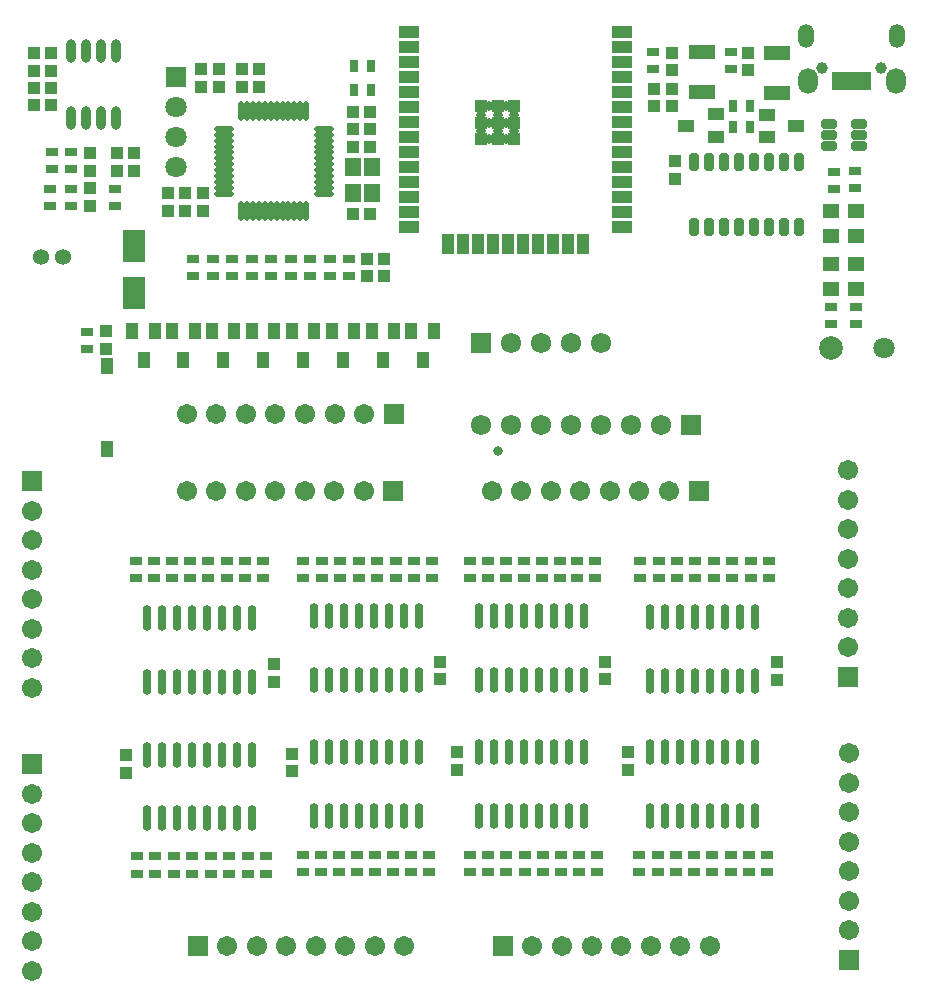
<source format=gbr>
%TF.GenerationSoftware,Altium Limited,Altium Designer,22.10.1 (41)*%
G04 Layer_Color=8388736*
%FSLAX25Y25*%
%MOIN*%
%TF.SameCoordinates,BEAA4B2D-68BC-4382-99D5-5DCEA874A810*%
%TF.FilePolarity,Negative*%
%TF.FileFunction,Soldermask,Top*%
%TF.Part,Single*%
G01*
G75*
%TA.AperFunction,SMDPad,CuDef*%
%ADD69R,0.03950X0.03950*%
%ADD72R,0.03950X0.03950*%
%ADD73R,0.02965X0.04343*%
%TA.AperFunction,ComponentPad*%
%ADD75C,0.07887*%
%ADD76C,0.07099*%
%ADD77C,0.05359*%
%ADD78C,0.06784*%
%ADD79R,0.06784X0.06784*%
%ADD80C,0.06737*%
%ADD81R,0.06737X0.06737*%
%ADD82R,0.06737X0.06737*%
%ADD83O,0.06509X0.08674*%
%ADD84O,0.05328X0.07887*%
%ADD85C,0.03950*%
%ADD86R,0.07099X0.07099*%
%TA.AperFunction,ViaPad*%
%ADD87C,0.03162*%
%TA.AperFunction,SMDPad,CuDef*%
%ADD95O,0.01981X0.06509*%
%ADD96O,0.06509X0.01981*%
%ADD97R,0.05524X0.05131*%
%ADD98R,0.07493X0.10642*%
%TA.AperFunction,BGAPad,CuDef*%
%ADD99R,0.04343X0.04343*%
%TA.AperFunction,ConnectorPad*%
%ADD100R,0.04343X0.06706*%
%ADD101R,0.06706X0.04343*%
%TA.AperFunction,SMDPad,CuDef*%
%ADD102R,0.02572X0.05918*%
%ADD103R,0.04343X0.02965*%
%ADD104R,0.08674X0.04737*%
%ADD105R,0.05524X0.04147*%
G04:AMPARAMS|DCode=106|XSize=59.58mil|YSize=32.41mil|CornerRadius=7.05mil|HoleSize=0mil|Usage=FLASHONLY|Rotation=90.000|XOffset=0mil|YOffset=0mil|HoleType=Round|Shape=RoundedRectangle|*
%AMROUNDEDRECTD106*
21,1,0.05958,0.01831,0,0,90.0*
21,1,0.04547,0.03241,0,0,90.0*
1,1,0.01410,0.00915,0.02274*
1,1,0.01410,0.00915,-0.02274*
1,1,0.01410,-0.00915,-0.02274*
1,1,0.01410,-0.00915,0.02274*
%
%ADD106ROUNDEDRECTD106*%
G04:AMPARAMS|DCode=107|XSize=55.64mil|YSize=31.23mil|CornerRadius=6.9mil|HoleSize=0mil|Usage=FLASHONLY|Rotation=0.000|XOffset=0mil|YOffset=0mil|HoleType=Round|Shape=RoundedRectangle|*
%AMROUNDEDRECTD107*
21,1,0.05564,0.01742,0,0,0.0*
21,1,0.04183,0.03123,0,0,0.0*
1,1,0.01381,0.02092,-0.00871*
1,1,0.01381,-0.02092,-0.00871*
1,1,0.01381,-0.02092,0.00871*
1,1,0.01381,0.02092,0.00871*
%
%ADD107ROUNDEDRECTD107*%
%ADD108O,0.03162X0.07887*%
%ADD109R,0.03950X0.05524*%
%ADD110R,0.04147X0.05524*%
%ADD111O,0.02965X0.08674*%
%ADD112R,0.05328X0.06312*%
D69*
X135674Y249226D02*
D03*
Y243320D02*
D03*
X37498Y272661D02*
D03*
Y266756D02*
D03*
Y284407D02*
D03*
Y278502D02*
D03*
X52200Y284407D02*
D03*
Y278502D02*
D03*
X46498Y284407D02*
D03*
Y278502D02*
D03*
X257071Y317905D02*
D03*
Y311999D02*
D03*
X18971Y311763D02*
D03*
Y317668D02*
D03*
X24572Y311770D02*
D03*
Y317676D02*
D03*
X24472Y306276D02*
D03*
Y300370D02*
D03*
X18971Y306283D02*
D03*
Y300378D02*
D03*
X43071Y219270D02*
D03*
Y225176D02*
D03*
X63474Y271073D02*
D03*
Y265168D02*
D03*
X75174Y271073D02*
D03*
Y265168D02*
D03*
X69324Y271073D02*
D03*
Y265168D02*
D03*
X129974Y243320D02*
D03*
Y249226D02*
D03*
X266571Y114676D02*
D03*
Y108770D02*
D03*
X209272Y114929D02*
D03*
Y109023D02*
D03*
X154271Y114929D02*
D03*
Y109023D02*
D03*
X99072Y114176D02*
D03*
Y108270D02*
D03*
X216971Y84776D02*
D03*
Y78870D02*
D03*
X159971Y84776D02*
D03*
Y78870D02*
D03*
X104972Y84276D02*
D03*
Y78370D02*
D03*
X49472Y83776D02*
D03*
Y77870D02*
D03*
X232572Y281753D02*
D03*
Y275847D02*
D03*
X231572Y311999D02*
D03*
Y317905D02*
D03*
X225700Y300023D02*
D03*
Y305929D02*
D03*
X231572Y300023D02*
D03*
Y305929D02*
D03*
D72*
X125150Y292520D02*
D03*
X131056D02*
D03*
X88127Y312520D02*
D03*
X94033D02*
D03*
X74721Y306620D02*
D03*
X80627D02*
D03*
X74721Y312620D02*
D03*
X80627D02*
D03*
X131056Y298220D02*
D03*
X125150D02*
D03*
X94033Y306520D02*
D03*
X88127D02*
D03*
X125150Y286520D02*
D03*
X131056D02*
D03*
X131048Y264120D02*
D03*
X125143D02*
D03*
D73*
X125620Y313320D02*
D03*
X131329D02*
D03*
X131350Y305320D02*
D03*
X125641D02*
D03*
X251896Y293023D02*
D03*
X257605D02*
D03*
X251917Y300000D02*
D03*
X257626D02*
D03*
D75*
X284500Y219500D02*
D03*
D76*
X302217D02*
D03*
X66268Y299820D02*
D03*
Y289820D02*
D03*
Y279820D02*
D03*
D77*
X28740Y249650D02*
D03*
X21260D02*
D03*
D78*
X188000Y221000D02*
D03*
X178000D02*
D03*
X198000D02*
D03*
X208000D02*
D03*
X188000Y193730D02*
D03*
X198000D02*
D03*
X208000D02*
D03*
X228000D02*
D03*
X218000D02*
D03*
X178000D02*
D03*
X168000D02*
D03*
D79*
Y221000D02*
D03*
X238000Y193730D02*
D03*
D80*
X18338Y106153D02*
D03*
Y115996D02*
D03*
Y125838D02*
D03*
Y135681D02*
D03*
Y165208D02*
D03*
Y145523D02*
D03*
Y155366D02*
D03*
X119035Y171956D02*
D03*
X109193D02*
D03*
X128878D02*
D03*
X99350D02*
D03*
X89508D02*
D03*
X79665D02*
D03*
X69823D02*
D03*
X290271Y129525D02*
D03*
Y139368D02*
D03*
Y119683D02*
D03*
Y149210D02*
D03*
Y159053D02*
D03*
Y168895D02*
D03*
Y178738D02*
D03*
X194931Y20023D02*
D03*
X204773D02*
D03*
X185088D02*
D03*
X214616D02*
D03*
X224459D02*
D03*
X234301D02*
D03*
X244144D02*
D03*
X142407D02*
D03*
X132565D02*
D03*
X122722D02*
D03*
X112880D02*
D03*
X83352D02*
D03*
X103037D02*
D03*
X93195D02*
D03*
X171559Y171956D02*
D03*
X181401D02*
D03*
X191244D02*
D03*
X201086D02*
D03*
X230614D02*
D03*
X210929D02*
D03*
X220772D02*
D03*
X119114Y197523D02*
D03*
X109272D02*
D03*
X128957D02*
D03*
X99429D02*
D03*
X89587D02*
D03*
X79744D02*
D03*
X69901D02*
D03*
X290772Y84395D02*
D03*
Y74553D02*
D03*
Y64710D02*
D03*
Y54868D02*
D03*
Y25340D02*
D03*
Y45025D02*
D03*
Y35183D02*
D03*
X18338Y61023D02*
D03*
Y51181D02*
D03*
Y70866D02*
D03*
Y41338D02*
D03*
Y31496D02*
D03*
Y21653D02*
D03*
Y11811D02*
D03*
D81*
Y175051D02*
D03*
X290271Y109840D02*
D03*
X290772Y15498D02*
D03*
X18338Y80708D02*
D03*
D82*
X138720Y171956D02*
D03*
X175246Y20023D02*
D03*
X73510D02*
D03*
X240457Y171956D02*
D03*
X138799Y197523D02*
D03*
D83*
X306165Y308583D02*
D03*
X276835D02*
D03*
D84*
X306756Y323543D02*
D03*
X276244D02*
D03*
D85*
X301343Y312717D02*
D03*
X281658D02*
D03*
D86*
X66268Y309820D02*
D03*
D87*
X173500Y185000D02*
D03*
X170756Y288976D02*
D03*
X179024Y291732D02*
D03*
X173512D02*
D03*
X168000D02*
D03*
X176268Y288976D02*
D03*
X179024Y297244D02*
D03*
X173512D02*
D03*
X168000D02*
D03*
X170756Y294488D02*
D03*
X176268D02*
D03*
Y300000D02*
D03*
X170756D02*
D03*
D95*
X109659Y265053D02*
D03*
X107691D02*
D03*
X105722D02*
D03*
X103754D02*
D03*
X101785D02*
D03*
X99817D02*
D03*
X97848D02*
D03*
X95880D02*
D03*
X93911D02*
D03*
X91943D02*
D03*
X89974D02*
D03*
X88006D02*
D03*
Y298320D02*
D03*
X89974D02*
D03*
X91943D02*
D03*
X93911D02*
D03*
X95880D02*
D03*
X97848D02*
D03*
X99817D02*
D03*
X101785D02*
D03*
X103754D02*
D03*
X105722D02*
D03*
X107691D02*
D03*
X109659D02*
D03*
D96*
X82199Y270860D02*
D03*
Y272828D02*
D03*
Y274797D02*
D03*
Y276765D02*
D03*
Y278734D02*
D03*
Y280702D02*
D03*
Y282671D02*
D03*
Y284639D02*
D03*
Y286608D02*
D03*
Y288576D02*
D03*
Y290545D02*
D03*
Y292513D02*
D03*
X115466D02*
D03*
Y290545D02*
D03*
Y288576D02*
D03*
Y286608D02*
D03*
Y284639D02*
D03*
Y282671D02*
D03*
Y280702D02*
D03*
Y278734D02*
D03*
Y276765D02*
D03*
Y274797D02*
D03*
Y272828D02*
D03*
Y270860D02*
D03*
D97*
X293000Y256866D02*
D03*
Y265134D02*
D03*
X284750Y256866D02*
D03*
Y265134D02*
D03*
X293000Y239115D02*
D03*
Y247383D02*
D03*
X284750Y239115D02*
D03*
Y247383D02*
D03*
D98*
X52263Y237752D02*
D03*
Y253500D02*
D03*
D99*
X179024Y300000D02*
D03*
X173512Y288976D02*
D03*
X179024D02*
D03*
Y294488D02*
D03*
X173512D02*
D03*
X168000D02*
D03*
Y288976D02*
D03*
X173512Y300000D02*
D03*
X168000D02*
D03*
D100*
X191898Y253976D02*
D03*
X156898D02*
D03*
X161898D02*
D03*
X166898D02*
D03*
X171898D02*
D03*
X196898D02*
D03*
X176898D02*
D03*
X181898D02*
D03*
X186898D02*
D03*
X201898D02*
D03*
D101*
X214850Y259882D02*
D03*
Y264882D02*
D03*
Y269882D02*
D03*
Y274882D02*
D03*
Y279882D02*
D03*
Y284882D02*
D03*
Y289882D02*
D03*
Y294882D02*
D03*
Y299882D02*
D03*
Y304882D02*
D03*
Y309882D02*
D03*
Y314882D02*
D03*
Y319882D02*
D03*
Y324882D02*
D03*
X143984Y259882D02*
D03*
Y264882D02*
D03*
Y269882D02*
D03*
Y274882D02*
D03*
Y279882D02*
D03*
Y284882D02*
D03*
Y289882D02*
D03*
Y294882D02*
D03*
Y299882D02*
D03*
Y304882D02*
D03*
Y309882D02*
D03*
Y314882D02*
D03*
Y319882D02*
D03*
Y324882D02*
D03*
D102*
X296618Y308583D02*
D03*
X286382D02*
D03*
X294059D02*
D03*
X291500D02*
D03*
X288941D02*
D03*
D103*
X31298Y272363D02*
D03*
Y266654D02*
D03*
X24798Y284709D02*
D03*
Y279000D02*
D03*
X24298Y266654D02*
D03*
Y272363D02*
D03*
X46027Y272340D02*
D03*
Y266631D02*
D03*
X31298Y284709D02*
D03*
Y279000D02*
D03*
X176399Y50500D02*
D03*
Y44791D02*
D03*
X188541Y50500D02*
D03*
Y44791D02*
D03*
X200684Y50500D02*
D03*
Y44791D02*
D03*
X285444Y272553D02*
D03*
Y278262D02*
D03*
X284500Y233131D02*
D03*
Y227422D02*
D03*
X293000Y233131D02*
D03*
Y227422D02*
D03*
X36772Y219169D02*
D03*
Y224878D02*
D03*
X123974Y243466D02*
D03*
Y249175D02*
D03*
X117474D02*
D03*
Y243466D02*
D03*
X104474D02*
D03*
Y249175D02*
D03*
X110974D02*
D03*
Y243466D02*
D03*
X97974D02*
D03*
Y249175D02*
D03*
X91474Y243466D02*
D03*
Y249175D02*
D03*
X84974Y243466D02*
D03*
Y249175D02*
D03*
X78474Y243466D02*
D03*
Y249175D02*
D03*
X71974Y243466D02*
D03*
Y249175D02*
D03*
X220970Y142791D02*
D03*
Y148500D02*
D03*
X176327Y142791D02*
D03*
Y148500D02*
D03*
X89222Y142876D02*
D03*
Y148584D02*
D03*
X77079Y142876D02*
D03*
Y148584D02*
D03*
X64936Y142876D02*
D03*
Y148584D02*
D03*
X52793Y142876D02*
D03*
Y148584D02*
D03*
X108756Y142791D02*
D03*
Y148500D02*
D03*
X121042Y142791D02*
D03*
Y148500D02*
D03*
X133327Y142791D02*
D03*
Y148500D02*
D03*
X145613Y142791D02*
D03*
Y148500D02*
D03*
X164399Y142791D02*
D03*
Y148500D02*
D03*
X188184Y142791D02*
D03*
Y148500D02*
D03*
X200042Y142791D02*
D03*
Y148500D02*
D03*
X233256Y142791D02*
D03*
Y148500D02*
D03*
X245542Y142791D02*
D03*
Y148500D02*
D03*
X257827Y142791D02*
D03*
Y148500D02*
D03*
X263970Y142791D02*
D03*
Y148500D02*
D03*
X251684Y142791D02*
D03*
Y148500D02*
D03*
X239399Y142791D02*
D03*
Y148500D02*
D03*
X227113Y142791D02*
D03*
Y148500D02*
D03*
X205899Y142791D02*
D03*
Y148500D02*
D03*
X194113Y142791D02*
D03*
Y148500D02*
D03*
X182256Y142791D02*
D03*
Y148500D02*
D03*
X170399Y142791D02*
D03*
Y148500D02*
D03*
X151756Y142791D02*
D03*
Y148500D02*
D03*
X139470Y142791D02*
D03*
Y148500D02*
D03*
X127184Y142791D02*
D03*
Y148500D02*
D03*
X114899Y142791D02*
D03*
Y148500D02*
D03*
X95293Y142876D02*
D03*
Y148584D02*
D03*
X83150Y142876D02*
D03*
Y148584D02*
D03*
X71007Y142876D02*
D03*
Y148584D02*
D03*
X58864D02*
D03*
Y142876D02*
D03*
X257184Y50500D02*
D03*
Y44791D02*
D03*
X263256Y50500D02*
D03*
Y44791D02*
D03*
X245041Y50500D02*
D03*
Y44791D02*
D03*
X251113Y50500D02*
D03*
Y44791D02*
D03*
X238970Y50500D02*
D03*
Y44791D02*
D03*
X232899Y50500D02*
D03*
Y44791D02*
D03*
X220756Y50500D02*
D03*
Y44791D02*
D03*
X226827Y50500D02*
D03*
Y44791D02*
D03*
X206756Y50500D02*
D03*
Y44791D02*
D03*
X194613Y50500D02*
D03*
Y44791D02*
D03*
X182470Y50500D02*
D03*
Y44791D02*
D03*
X164256Y50500D02*
D03*
Y44791D02*
D03*
X170327Y50500D02*
D03*
Y44791D02*
D03*
X144756Y50500D02*
D03*
Y44791D02*
D03*
X150756Y50500D02*
D03*
Y44791D02*
D03*
X138756Y50500D02*
D03*
Y44791D02*
D03*
X132756Y50500D02*
D03*
Y44791D02*
D03*
X126756Y50500D02*
D03*
Y44791D02*
D03*
X120756Y50500D02*
D03*
Y44791D02*
D03*
X90113Y50000D02*
D03*
Y44291D02*
D03*
X77827Y50000D02*
D03*
Y44291D02*
D03*
X65541Y50000D02*
D03*
Y44291D02*
D03*
X53256Y50000D02*
D03*
Y44291D02*
D03*
X108756Y50500D02*
D03*
Y44791D02*
D03*
X114756Y50500D02*
D03*
Y44791D02*
D03*
X96256Y50000D02*
D03*
Y44291D02*
D03*
X83970Y50000D02*
D03*
Y44291D02*
D03*
X71684Y50000D02*
D03*
Y44291D02*
D03*
X59399Y50000D02*
D03*
Y44291D02*
D03*
X292500Y272646D02*
D03*
Y278354D02*
D03*
X251107Y312490D02*
D03*
Y318199D02*
D03*
X225272D02*
D03*
Y312490D02*
D03*
D104*
X266500Y317693D02*
D03*
Y304307D02*
D03*
X241772Y318176D02*
D03*
Y304790D02*
D03*
D105*
X246193Y297403D02*
D03*
X246171Y289823D02*
D03*
X236350Y293543D02*
D03*
X273047Y293503D02*
D03*
X263226Y297223D02*
D03*
X263205Y289643D02*
D03*
D106*
X259000Y259768D02*
D03*
X264000D02*
D03*
X239000D02*
D03*
X244000D02*
D03*
X249000D02*
D03*
X254000D02*
D03*
X269000D02*
D03*
X274000D02*
D03*
Y281421D02*
D03*
X269000D02*
D03*
X264000D02*
D03*
X259000D02*
D03*
X254000D02*
D03*
X249000D02*
D03*
X244000D02*
D03*
X239000D02*
D03*
D107*
X284059Y294240D02*
D03*
Y290500D02*
D03*
Y286760D02*
D03*
X293941D02*
D03*
Y290500D02*
D03*
Y294240D02*
D03*
D108*
X46271Y318469D02*
D03*
X41271D02*
D03*
X36272D02*
D03*
X31271D02*
D03*
X46271Y296224D02*
D03*
X41271D02*
D03*
X36272D02*
D03*
X31271D02*
D03*
D109*
X43271Y185744D02*
D03*
Y213303D02*
D03*
D110*
X148474Y215399D02*
D03*
X152174Y225220D02*
D03*
X144734Y225242D02*
D03*
X135188Y215399D02*
D03*
X138889Y225220D02*
D03*
X131448Y225242D02*
D03*
X121903Y215399D02*
D03*
X125603Y225220D02*
D03*
X118163Y225242D02*
D03*
X108617Y215320D02*
D03*
X112317Y225142D02*
D03*
X104877Y225163D02*
D03*
X95331Y215399D02*
D03*
X99031Y225220D02*
D03*
X91591Y225242D02*
D03*
X82046Y215399D02*
D03*
X85746Y225220D02*
D03*
X78306Y225242D02*
D03*
X68760Y215399D02*
D03*
X72460Y225220D02*
D03*
X65020Y225242D02*
D03*
X55474Y215399D02*
D03*
X59174Y225220D02*
D03*
X51734Y225242D02*
D03*
D111*
X259106Y84661D02*
D03*
X254106D02*
D03*
X249106D02*
D03*
X244106D02*
D03*
X239106D02*
D03*
X234106D02*
D03*
X229106D02*
D03*
X224106D02*
D03*
X259106Y63402D02*
D03*
X254106D02*
D03*
X249106D02*
D03*
X244106D02*
D03*
X239106D02*
D03*
X234106D02*
D03*
X229106D02*
D03*
X224106D02*
D03*
X202106Y84661D02*
D03*
X197106D02*
D03*
X192106D02*
D03*
X187106D02*
D03*
X182106D02*
D03*
X177106D02*
D03*
X172106D02*
D03*
X167106D02*
D03*
X202106Y63402D02*
D03*
X197106D02*
D03*
X192106D02*
D03*
X187106D02*
D03*
X182106D02*
D03*
X177106D02*
D03*
X172106D02*
D03*
X167106D02*
D03*
X147106Y84661D02*
D03*
X142106D02*
D03*
X137106D02*
D03*
X132106D02*
D03*
X127106D02*
D03*
X122106D02*
D03*
X117106D02*
D03*
X112106D02*
D03*
X147106Y63402D02*
D03*
X142106D02*
D03*
X137106D02*
D03*
X132106D02*
D03*
X127106D02*
D03*
X122106D02*
D03*
X117106D02*
D03*
X112106D02*
D03*
X56756Y62661D02*
D03*
X61756D02*
D03*
X66756D02*
D03*
X71756D02*
D03*
X76756D02*
D03*
X81756D02*
D03*
X86756D02*
D03*
X91756D02*
D03*
X56756Y83921D02*
D03*
X61756D02*
D03*
X66756D02*
D03*
X71756D02*
D03*
X76756D02*
D03*
X81756D02*
D03*
X86756D02*
D03*
X91756D02*
D03*
X259405Y129791D02*
D03*
X254405D02*
D03*
X249405D02*
D03*
X244405D02*
D03*
X239405D02*
D03*
X234405D02*
D03*
X229405D02*
D03*
X224405D02*
D03*
X259405Y108531D02*
D03*
X254405D02*
D03*
X249405D02*
D03*
X244405D02*
D03*
X239405D02*
D03*
X234405D02*
D03*
X229405D02*
D03*
X224405D02*
D03*
X167256Y108791D02*
D03*
X172256D02*
D03*
X177256D02*
D03*
X182256D02*
D03*
X187256D02*
D03*
X192256D02*
D03*
X197256D02*
D03*
X202256D02*
D03*
X167256Y130051D02*
D03*
X172256D02*
D03*
X177256D02*
D03*
X182256D02*
D03*
X187256D02*
D03*
X192256D02*
D03*
X197256D02*
D03*
X202256D02*
D03*
X112256Y108791D02*
D03*
X117256D02*
D03*
X122256D02*
D03*
X127256D02*
D03*
X132256D02*
D03*
X137256D02*
D03*
X142256D02*
D03*
X147256D02*
D03*
X112256Y130051D02*
D03*
X117256D02*
D03*
X122256D02*
D03*
X127256D02*
D03*
X132256D02*
D03*
X137256D02*
D03*
X142256D02*
D03*
X147256D02*
D03*
X56756Y108161D02*
D03*
X61756D02*
D03*
X66756D02*
D03*
X71756D02*
D03*
X76756D02*
D03*
X81756D02*
D03*
X86756D02*
D03*
X91756D02*
D03*
X56756Y129421D02*
D03*
X61756D02*
D03*
X66756D02*
D03*
X71756D02*
D03*
X76756D02*
D03*
X81756D02*
D03*
X86756D02*
D03*
X91756D02*
D03*
D112*
X125325Y270990D02*
D03*
Y279651D02*
D03*
X131624D02*
D03*
Y270990D02*
D03*
%TF.MD5,12aa524326cd297e4487783b15ea1a2d*%
M02*

</source>
